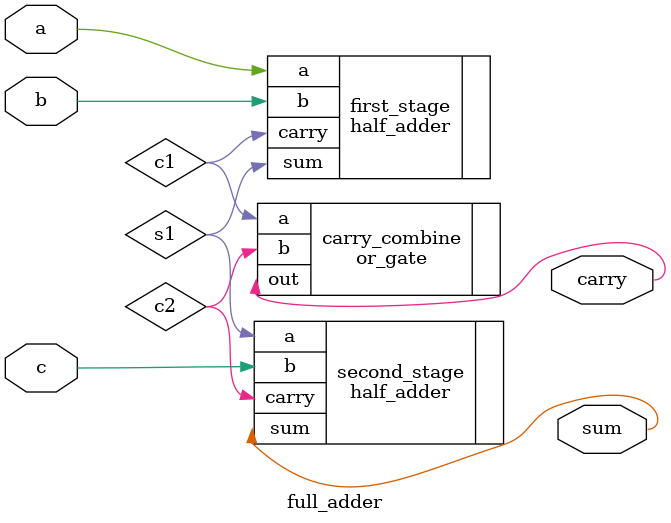
<source format=v>

`timescale 1ns / 1ps

module full_adder (
    input  wire a,      // First 1-bit input
    input  wire b,      // Second 1-bit input
    input  wire c,      // Third 1-bit input (carry from previous stage)
    output wire sum,    // Sum output (LSB of a + b + c)
    output wire carry   // Carry output (MSB of a + b + c)
);

    // Internal signals for cascaded half-adder stages
    wire s1, c1, c2;    // Intermediate sum and carry signals

    // Stage 1: First Half Adder - Add inputs a and b
    half_adder first_stage (
        .a   (a),           // First input bit
        .b   (b),           // Second input bit
        .sum (s1),          // Intermediate sum (a XOR b)
        .carry(c1)          // Intermediate carry (a AND b)
    );

    // Stage 2: Second Half Adder - Add intermediate sum with carry input c
    half_adder second_stage (
        .a   (s1),          // Intermediate sum from first stage
        .b   (c),           // Carry input from previous bit position
        .sum (sum),         // Final sum output
        .carry(c2)          // Second carry output
    );

    // Stage 3: Carry Combination - OR the two carry outputs
    or_gate carry_combine (
        .a  (c1),           // Carry from first half adder
        .b  (c2),           // Carry from second half adder
        .out(carry)         // Final carry output
    );

    // Logic Summary:
    // sum = a XOR b XOR c (parity of three inputs)
    // carry = (a AND b) OR (c AND (a XOR b)) (majority function)
    // Truth table: sum represents LSB, carry represents MSB of a+b+c

endmodule
</source>
